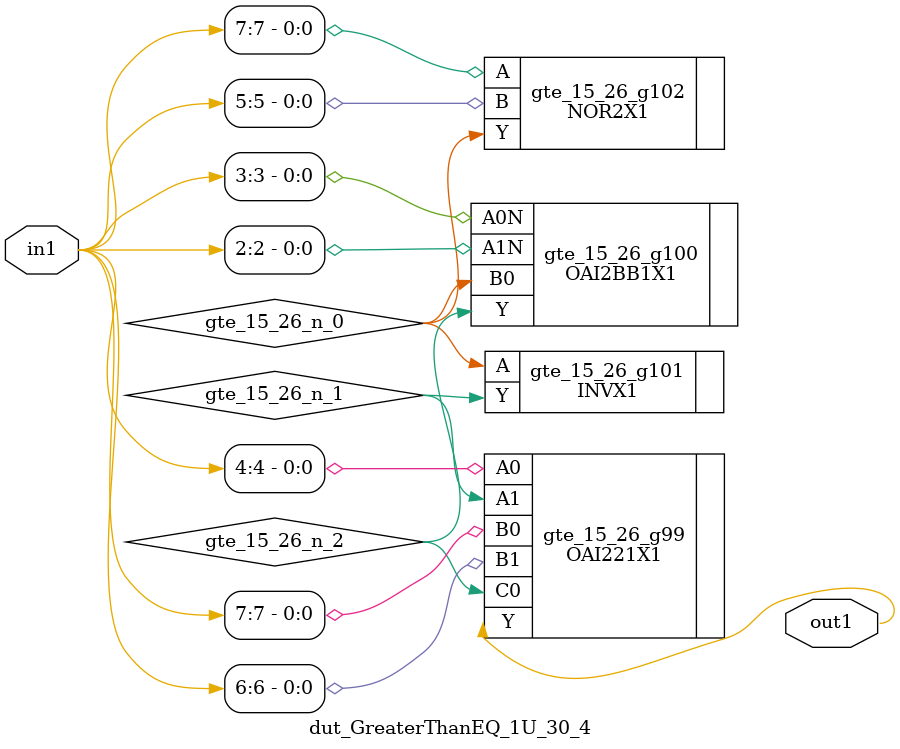
<source format=v>
`timescale 1ps / 1ps


module dut_GreaterThanEQ_1U_30_4(in1, out1);
  input [7:0] in1;
  output out1;
  wire [7:0] in1;
  wire out1;
  wire gte_15_26_n_0, gte_15_26_n_1, gte_15_26_n_2;
  OAI221X1 gte_15_26_g99(.A0 (in1[4]), .A1 (gte_15_26_n_1), .B0
       (in1[7]), .B1 (in1[6]), .C0 (gte_15_26_n_2), .Y (out1));
  OAI2BB1X1 gte_15_26_g100(.A0N (in1[3]), .A1N (in1[2]), .B0
       (gte_15_26_n_0), .Y (gte_15_26_n_2));
  INVX1 gte_15_26_g101(.A (gte_15_26_n_0), .Y (gte_15_26_n_1));
  NOR2X1 gte_15_26_g102(.A (in1[7]), .B (in1[5]), .Y (gte_15_26_n_0));
endmodule



</source>
